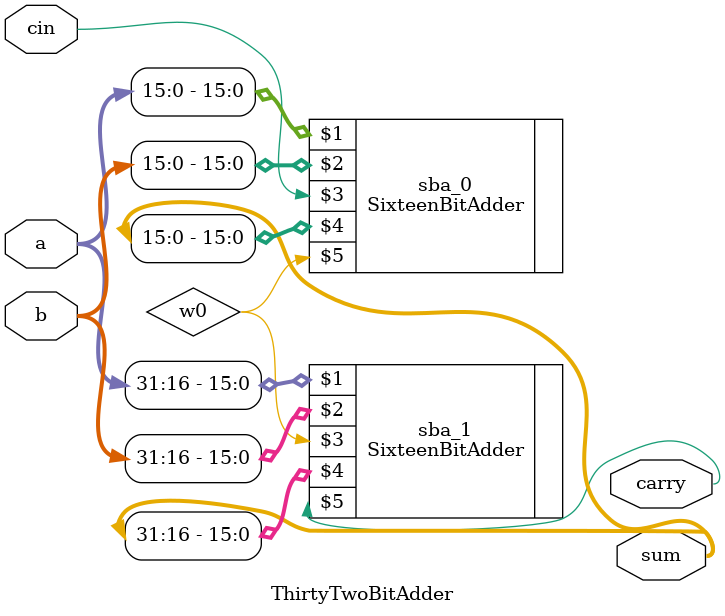
<source format=v>
`include "16BA.v"
module ThirtyTwoBitAdder(a,b,cin,sum,carry);
input [31:0] a,b;
input cin;
output [31:0] sum;
output carry;
wire w0;
SixteenBitAdder sba_0(a[15:0] ,b[15:0],cin,sum[15:0],w0);
SixteenBitAdder sba_1(a[31:16],b[31:16],w0,sum[31:16],carry);
endmodule
</source>
